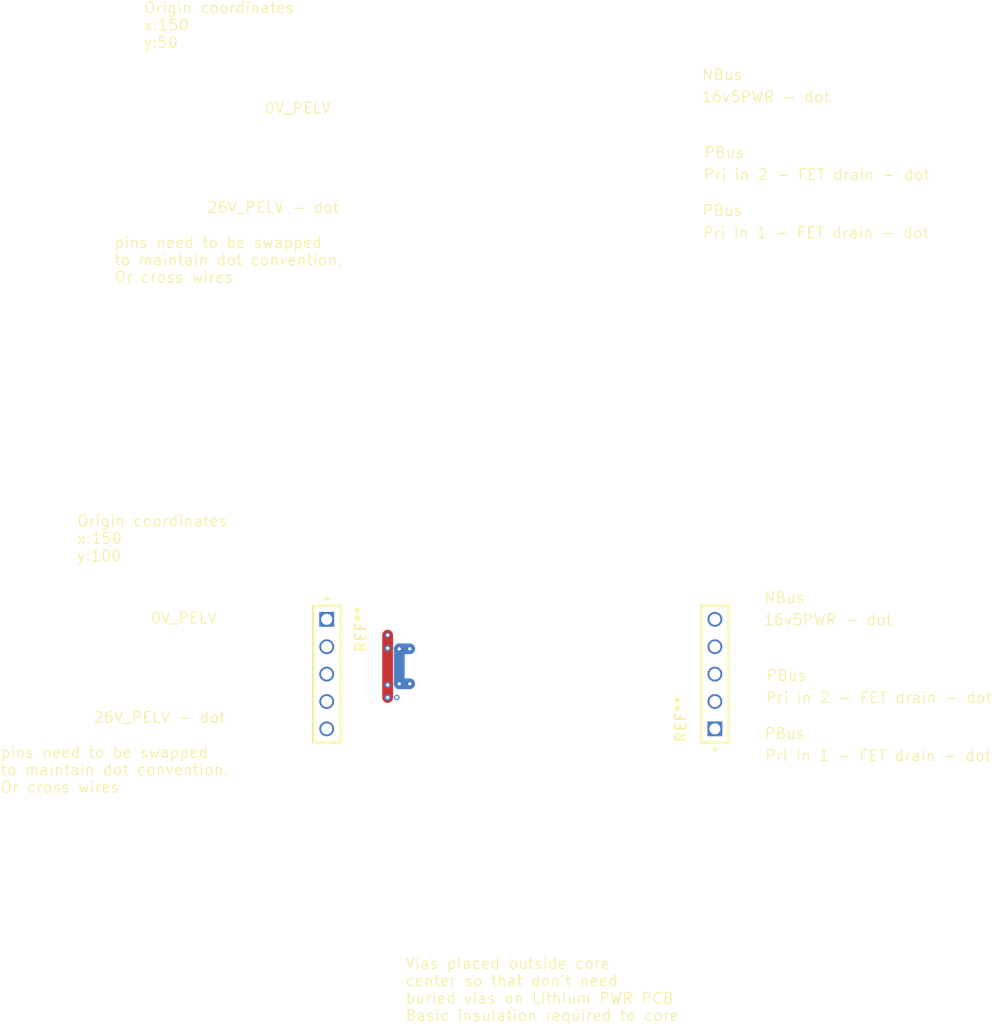
<source format=kicad_pcb>
(kicad_pcb (version 20241229) (generator "pcbnew") (generator_version "9.0")
  (layers (0 "F.Cu" signal) (4 "In1.Cu" signal "In1.Cu - pri 1") (6 "In2.Cu" signal "In2.Cu - pr 2") (2 "B.Cu" signal) (13 "F.Paste" user) (15 "B.Paste" user) (5 "F.SilkS" user "F.Silkscreen") (7 "B.SilkS" user "B.Silkscreen") (1 "F.Mask" user) (3 "B.Mask" user) (25 "Edge.Cuts" user))
  (net 0 "")
  (net 1 "26V_PELV")
  (footprint "SAMTEC_TSW:SAMTEC_TSW-105-08-G-S" (layer "F.Cu") (at 132 94.92 -90)
    (property "Reference" "REF**" (at 0.905 -3.155 90) (layer "F.SilkS"))
    (property "Value" "SAMTEC_TSW-105-08-G-S" (hide yes))
    (fp_line (start -1.27 1.27) (end -1.27 -1.27) (stroke (width 0.2)) (layer "F.SilkS"))
    (fp_line (start 11.43 1.27) (end -1.27 1.27) (stroke (width 0.2)) (layer "F.SilkS"))
    (fp_line (start 11.43 -1.27) (end 11.43 1.27) (stroke (width 0.2)) (layer "F.SilkS"))
    (fp_line (start 11.43 -1.27) (end -1.27 -1.27) (stroke (width 0.2)) (layer "F.SilkS"))
    (fp_circle (center -1.92 0) (end -1.82 0) (stroke (width 0.2)) (fill no) (layer "F.SilkS"))
    (pad "01" thru_hole rect (at 0 0 270) (size 1.37 1.37) (drill 1.02) (layers "*.Cu" "*.Mask"))
    (pad "02" thru_hole circle (at 2.54 0 270) (size 1.37 1.37) (drill 1.02) (layers "*.Cu" "*.Mask"))
    (pad "03" thru_hole circle (at 5.08 0 270) (size 1.37 1.37) (drill 1.02) (layers "*.Cu" "*.Mask"))
    (pad "04" thru_hole circle (at 7.62 0 270) (size 1.37 1.37) (drill 1.02) (layers "*.Cu" "*.Mask"))
    (pad "05" thru_hole circle (at 10.16 0 270) (size 1.37 1.37) (drill 1.02) (layers "*.Cu" "*.Mask"))
  )
  (footprint "SAMTEC_TSW:SAMTEC_TSW-105-08-G-S" (layer "F.Cu") (at 168 105.08 90)
    (property "Reference" "REF**" (at 0.905 -3.155 90) (layer "F.SilkS"))
    (property "Value" "SAMTEC_TSW-105-08-G-S" (hide yes))
    (fp_line (start 11.43 -1.27) (end -1.27 -1.27) (stroke (width 0.2)) (layer "F.SilkS"))
    (fp_line (start 11.43 -1.27) (end 11.43 1.27) (stroke (width 0.2)) (layer "F.SilkS"))
    (fp_line (start 11.43 1.27) (end -1.27 1.27) (stroke (width 0.2)) (layer "F.SilkS"))
    (fp_line (start -1.27 1.27) (end -1.27 -1.27) (stroke (width 0.2)) (layer "F.SilkS"))
    (fp_circle (center -1.92 0) (end -1.82 0) (stroke (width 0.2)) (fill no) (layer "F.SilkS"))
    (pad "01" thru_hole rect (at 0 0 90) (size 1.37 1.37) (drill 1.02) (layers "*.Cu" "*.Mask"))
    (pad "02" thru_hole circle (at 2.54 0 90) (size 1.37 1.37) (drill 1.02) (layers "*.Cu" "*.Mask"))
    (pad "03" thru_hole circle (at 5.08 0 90) (size 1.37 1.37) (drill 1.02) (layers "*.Cu" "*.Mask"))
    (pad "04" thru_hole circle (at 7.62 0 90) (size 1.37 1.37) (drill 1.02) (layers "*.Cu" "*.Mask"))
    (pad "05" thru_hole circle (at 10.16 0 90) (size 1.37 1.37) (drill 1.02) (layers "*.Cu" "*.Mask"))
  )
  (gr_text "16v5PWR - dot" (at 166.69 47.05 0) (layer "F.SilkS") (effects (font (size 1 1) (thickness 0.1)) (justify left bottom)))
  (gr_text "16v5PWR - dot" (at 172.46 95.55 0) (layer "F.SilkS") (effects (font (size 1 1) (thickness 0.1)) (justify left bottom)))
  (gr_text "NBus" (at 166.73 45 0) (layer "F.SilkS") (effects (font (size 1 1) (thickness 0.1)) (justify left bottom)))
  (gr_text "Origin coordinates\nx:150\ny:100\n" (at 108.8 89.6 0) (layer "F.SilkS") (effects (font (size 1 1) (thickness 0.1)) (justify left bottom)))
  (gr_text "Origin coordinates\nx:150\ny:50\n" (at 115 42.003553 0) (layer "F.SilkS") (effects (font (size 1 1) (thickness 0.1)) (justify left bottom)))
  (gr_text "PBus" (at 172.55 106.08 0) (layer "F.SilkS") (effects (font (size 1 1) (thickness 0.1)) (justify left bottom)))
  (gr_text "0V_PELV" (at 115.61 95.38 0) (layer "F.SilkS") (effects (font (size 1 1) (thickness 0.1)) (justify left bottom)))
  (gr_text "26V_PELV - dot" (at 110.3 104.6 0) (layer "F.SilkS") (effects (font (size 1 1) (thickness 0.1)) (justify left bottom)))
  (gr_text "PBus" (at 166.94 52.21 0) (layer "F.SilkS") (effects (font (size 1 1) (thickness 0.1)) (justify left bottom)))
  (gr_text "pins need to be swapped\nto maintain dot convention.\nOr cross wires" (at 112.25 63.78 0) (layer "F.SilkS") (effects (font (size 1 1) (thickness 0.1)) (justify left bottom)))
  (gr_text "Pri in 2 - FET drain - dot" (at 172.67 102.76 0) (layer "F.SilkS") (effects (font (size 1 1) (thickness 0.1)) (justify left bottom)))
  (gr_text "pins need to be swapped\nto maintain dot convention.\nOr cross wires" (at 101.7 111.07 0) (layer "F.SilkS") (effects (font (size 1 1) (thickness 0.1)) (justify left bottom)))
  (gr_text "PBus" (at 166.78 57.58 0) (layer "F.SilkS") (effects (font (size 1 1) (thickness 0.1)) (justify left bottom)))
  (gr_text "Pri in 2 - FET drain - dot" (at 166.9 54.26 0) (layer "F.SilkS") (effects (font (size 1 1) (thickness 0.1)) (justify left bottom)))
  (gr_text "Vias placed outside core \ncenter so that don't need\nburied vias on Lithium PWR PCB\nBasic insulation required to core " (at 139.25 132.25 0) (layer "F.SilkS") (effects (font (size 1 1) (thickness 0.1)) (justify left bottom)))
  (gr_text "Pri in 1 - FET drain - dot" (at 166.82 59.65 0) (layer "F.SilkS") (effects (font (size 1 1) (thickness 0.1)) (justify left bottom)))
  (gr_text "0V_PELV" (at 126.16 48.09 0) (layer "F.SilkS") (effects (font (size 1 1) (thickness 0.1)) (justify left bottom)))
  (gr_text "NBus" (at 172.5 93.5 0) (layer "F.SilkS") (effects (font (size 1 1) (thickness 0.1)) (justify left bottom)))
  (gr_text "Pri in 1 - FET drain - dot" (at 172.59 108.15 0) (layer "F.SilkS") (effects (font (size 1 1) (thickness 0.1)) (justify left bottom)))
  (gr_text "PBus" (at 172.71 100.71 0) (layer "F.SilkS") (effects (font (size 1 1) (thickness 0.1)) (justify left bottom)))
  (gr_text "26V_PELV - dot" (at 120.85 57.31 0) (layer "F.SilkS") (effects (font (size 1 1) (thickness 0.1)) (justify left bottom)))
  (segment (start 137.65 97.6) (end 137.65 96.385219) (width 1) (layer "F.Cu") (net 1))
  (segment (start 137.65 101) (end 137.65 102.169545) (width 1) (layer "F.Cu") (net 1))
  (segment (start 137.65 97.6) (end 137.65 101) (width 1) (layer "F.Cu") (net 1))
  (via (at 137.65 101) (size 0.6) (drill 0.3) (layers "F.Cu" "B.Cu") (net 1))
  (via (at 138.73205 100.897973) (size 0.5) (drill 0.3) (layers "F.Cu" "B.Cu") (net 1))
  (via (at 137.65 102.169545) (size 0.6) (drill 0.3) (layers "F.Cu" "B.Cu") (net 1))
  (via (at 139.7 100.897973) (size 0.6) (drill 0.3) (layers "F.Cu" "B.Cu") (net 1))
  (via (at 139.7 97.655219) (size 0.5) (drill 0.3) (layers "F.Cu" "B.Cu") (net 1))
  (via (at 137.65 97.6) (size 0.6) (drill 0.3) (layers "F.Cu" "B.Cu") (net 1))
  (via (at 138.73205 97.655219) (size 0.6) (drill 0.3) (layers "F.Cu" "B.Cu") (net 1))
  (via (at 137.65 96.385219) (size 0.5) (drill 0.3) (layers "F.Cu" "B.Cu") (net 1))
  (via (at 138.5 102.169545) (size 0.5) (drill 0.3) (layers "F.Cu" "B.Cu") (net 1))
  (segment (start 138.73205 100.897973) (end 139.7 100.897973) (width 1) (layer "B.Cu") (net 1))
  (segment (start 138.73205 97.655219) (end 139.7 97.655219) (width 1) (layer "B.Cu") (net 1))
  (segment (start 138.73205 97.655219) (end 138.73205 100.897973) (width 1) (layer "B.Cu") (net 1))
)
</source>
